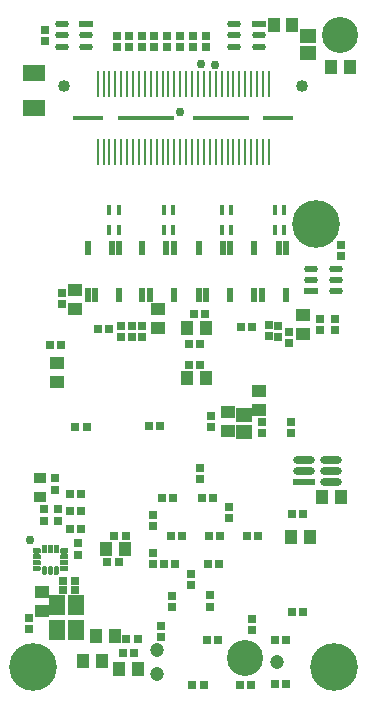
<source format=gbs>
G04*
G04 #@! TF.GenerationSoftware,Altium Limited,Altium Designer,21.0.9 (235)*
G04*
G04 Layer_Color=16711935*
%FSLAX25Y25*%
%MOIN*%
G70*
G04*
G04 #@! TF.SameCoordinates,4C2DBE1E-8494-471D-9509-704978DB3033*
G04*
G04*
G04 #@! TF.FilePolarity,Negative*
G04*
G01*
G75*
%ADD56R,0.07301X0.02410*%
G04:AMPARAMS|DCode=57|XSize=73.01mil|YSize=24.1mil|CornerRadius=12.05mil|HoleSize=0mil|Usage=FLASHONLY|Rotation=0.000|XOffset=0mil|YOffset=0mil|HoleType=Round|Shape=RoundedRectangle|*
%AMROUNDEDRECTD57*
21,1,0.07301,0.00000,0,0,0.0*
21,1,0.04891,0.02410,0,0,0.0*
1,1,0.02410,0.02445,0.00000*
1,1,0.02410,-0.02445,0.00000*
1,1,0.02410,-0.02445,0.00000*
1,1,0.02410,0.02445,0.00000*
%
%ADD57ROUNDEDRECTD57*%
%ADD65R,0.02756X0.02913*%
%ADD66R,0.02913X0.02756*%
%ADD68R,0.02800X0.02500*%
%ADD71R,0.02769X0.02965*%
%ADD72R,0.04540X0.04147*%
%ADD75R,0.02500X0.02800*%
%ADD77R,0.02965X0.02769*%
%ADD78R,0.04147X0.04540*%
%ADD83R,0.04343X0.03753*%
%ADD87C,0.12000*%
%ADD97C,0.04737*%
%ADD98C,0.04016*%
%ADD99C,0.15948*%
%ADD100C,0.03000*%
%ADD125R,0.01098X0.08937*%
%ADD126R,0.05339X0.04545*%
%ADD131R,0.04745X0.02086*%
G04:AMPARAMS|DCode=132|XSize=47.45mil|YSize=20.86mil|CornerRadius=10.43mil|HoleSize=0mil|Usage=FLASHONLY|Rotation=180.000|XOffset=0mil|YOffset=0mil|HoleType=Round|Shape=RoundedRectangle|*
%AMROUNDEDRECTD132*
21,1,0.04745,0.00000,0,0,180.0*
21,1,0.02659,0.02086,0,0,180.0*
1,1,0.02086,-0.01330,0.00000*
1,1,0.02086,0.01330,0.00000*
1,1,0.02086,0.01330,0.00000*
1,1,0.02086,-0.01330,0.00000*
%
%ADD132ROUNDEDRECTD132*%
%ADD133R,0.18504X0.01693*%
%ADD134R,0.10000X0.01693*%
%ADD136R,0.01575X0.03543*%
%ADD138R,0.07690X0.05524*%
%ADD139R,0.02008X0.05118*%
%ADD140R,0.02362X0.05118*%
%ADD141R,0.05524X0.06706*%
G36*
X18136Y50636D02*
X18162Y50634D01*
X18187Y50630D01*
X18213Y50625D01*
X18238Y50620D01*
X18262Y50612D01*
X18287Y50603D01*
X18310Y50594D01*
X18334Y50583D01*
X18356Y50570D01*
X18378Y50557D01*
X18399Y50542D01*
X18420Y50526D01*
X18440Y50510D01*
X18458Y50492D01*
X18476Y50473D01*
X18493Y50454D01*
X18508Y50433D01*
X18523Y50412D01*
X18536Y50390D01*
X18549Y50367D01*
X18560Y50344D01*
X18570Y50321D01*
X18578Y50296D01*
X18586Y50271D01*
X18592Y50246D01*
X18596Y50221D01*
X18600Y50195D01*
X18602Y50170D01*
X18602Y50144D01*
Y48412D01*
X18602Y48386D01*
X18600Y48360D01*
X18596Y48335D01*
X18592Y48309D01*
X18586Y48284D01*
X18578Y48260D01*
X18570Y48235D01*
X18560Y48212D01*
X18549Y48188D01*
X18536Y48166D01*
X18523Y48144D01*
X18508Y48123D01*
X18493Y48102D01*
X18476Y48083D01*
X18458Y48064D01*
X18440Y48046D01*
X18420Y48029D01*
X18399Y48014D01*
X18378Y47999D01*
X18356Y47986D01*
X18334Y47973D01*
X18310Y47962D01*
X18287Y47952D01*
X18262Y47944D01*
X18238Y47936D01*
X18213Y47930D01*
X18187Y47926D01*
X18162Y47922D01*
X18136Y47920D01*
X18110Y47920D01*
X17323D01*
X17297Y47920D01*
X17271Y47922D01*
X17246Y47926D01*
X17221Y47930D01*
X17196Y47936D01*
X17171Y47944D01*
X17146Y47952D01*
X17123Y47962D01*
X17099Y47973D01*
X17077Y47986D01*
X17055Y47999D01*
X17034Y48014D01*
X17013Y48029D01*
X16994Y48046D01*
X16975Y48064D01*
X16957Y48083D01*
X16940Y48102D01*
X16925Y48123D01*
X16910Y48144D01*
X16897Y48166D01*
X16884Y48188D01*
X16873Y48212D01*
X16863Y48235D01*
X16855Y48260D01*
X16848Y48284D01*
X16841Y48309D01*
X16837Y48335D01*
X16833Y48360D01*
X16831Y48386D01*
X16831Y48412D01*
Y50144D01*
X16831Y50170D01*
X16833Y50195D01*
X16837Y50221D01*
X16841Y50246D01*
X16848Y50271D01*
X16855Y50296D01*
X16863Y50321D01*
X16873Y50344D01*
X16884Y50367D01*
X16897Y50390D01*
X16910Y50412D01*
X16925Y50433D01*
X16940Y50454D01*
X16957Y50473D01*
X16975Y50492D01*
X16994Y50510D01*
X17013Y50526D01*
X17034Y50542D01*
X17055Y50557D01*
X17077Y50570D01*
X17099Y50583D01*
X17123Y50594D01*
X17146Y50603D01*
X17171Y50612D01*
X17196Y50620D01*
X17221Y50625D01*
X17246Y50630D01*
X17271Y50634D01*
X17297Y50636D01*
X17323Y50636D01*
X18110D01*
X18136Y50636D01*
D02*
G37*
G36*
X16168D02*
X16193Y50634D01*
X16219Y50630D01*
X16244Y50625D01*
X16269Y50620D01*
X16294Y50612D01*
X16318Y50603D01*
X16342Y50594D01*
X16365Y50583D01*
X16388Y50570D01*
X16410Y50557D01*
X16431Y50542D01*
X16451Y50526D01*
X16471Y50510D01*
X16490Y50492D01*
X16508Y50473D01*
X16524Y50454D01*
X16540Y50433D01*
X16555Y50412D01*
X16568Y50390D01*
X16580Y50367D01*
X16591Y50344D01*
X16601Y50321D01*
X16610Y50296D01*
X16617Y50271D01*
X16623Y50246D01*
X16628Y50221D01*
X16631Y50195D01*
X16633Y50170D01*
X16634Y50144D01*
Y48412D01*
X16633Y48386D01*
X16631Y48360D01*
X16628Y48335D01*
X16623Y48309D01*
X16617Y48284D01*
X16610Y48260D01*
X16601Y48235D01*
X16591Y48212D01*
X16580Y48188D01*
X16568Y48166D01*
X16555Y48144D01*
X16540Y48123D01*
X16524Y48102D01*
X16508Y48083D01*
X16490Y48064D01*
X16471Y48046D01*
X16451Y48029D01*
X16431Y48014D01*
X16410Y47999D01*
X16388Y47986D01*
X16365Y47973D01*
X16342Y47962D01*
X16318Y47952D01*
X16294Y47944D01*
X16269Y47936D01*
X16244Y47930D01*
X16219Y47926D01*
X16193Y47922D01*
X16168Y47920D01*
X16142Y47920D01*
X15354D01*
X15329Y47920D01*
X15303Y47922D01*
X15277Y47926D01*
X15252Y47930D01*
X15227Y47936D01*
X15202Y47944D01*
X15178Y47952D01*
X15154Y47962D01*
X15131Y47973D01*
X15108Y47986D01*
X15086Y47999D01*
X15065Y48014D01*
X15045Y48029D01*
X15025Y48046D01*
X15006Y48064D01*
X14989Y48083D01*
X14972Y48102D01*
X14956Y48123D01*
X14942Y48144D01*
X14928Y48166D01*
X14916Y48188D01*
X14905Y48212D01*
X14895Y48235D01*
X14886Y48260D01*
X14879Y48284D01*
X14873Y48309D01*
X14868Y48335D01*
X14865Y48360D01*
X14863Y48386D01*
X14862Y48412D01*
Y50144D01*
X14863Y50170D01*
X14865Y50195D01*
X14868Y50221D01*
X14873Y50246D01*
X14879Y50271D01*
X14886Y50296D01*
X14895Y50321D01*
X14905Y50344D01*
X14916Y50367D01*
X14928Y50390D01*
X14942Y50412D01*
X14956Y50433D01*
X14972Y50454D01*
X14989Y50473D01*
X15006Y50492D01*
X15025Y50510D01*
X15045Y50526D01*
X15065Y50542D01*
X15086Y50557D01*
X15108Y50570D01*
X15131Y50583D01*
X15154Y50594D01*
X15178Y50603D01*
X15202Y50612D01*
X15227Y50620D01*
X15252Y50625D01*
X15277Y50630D01*
X15303Y50634D01*
X15329Y50636D01*
X15354Y50636D01*
X16142D01*
X16168Y50636D01*
D02*
G37*
G36*
X14199D02*
X14225Y50634D01*
X14250Y50630D01*
X14276Y50625D01*
X14301Y50620D01*
X14325Y50612D01*
X14350Y50603D01*
X14373Y50594D01*
X14397Y50583D01*
X14419Y50570D01*
X14441Y50557D01*
X14462Y50542D01*
X14483Y50526D01*
X14502Y50510D01*
X14521Y50492D01*
X14539Y50473D01*
X14556Y50454D01*
X14571Y50433D01*
X14586Y50412D01*
X14599Y50390D01*
X14612Y50367D01*
X14623Y50344D01*
X14633Y50321D01*
X14641Y50296D01*
X14649Y50271D01*
X14655Y50246D01*
X14659Y50221D01*
X14663Y50195D01*
X14665Y50170D01*
X14665Y50144D01*
Y48412D01*
X14665Y48386D01*
X14663Y48360D01*
X14659Y48335D01*
X14655Y48309D01*
X14649Y48284D01*
X14641Y48260D01*
X14633Y48235D01*
X14623Y48212D01*
X14612Y48188D01*
X14599Y48166D01*
X14586Y48144D01*
X14571Y48123D01*
X14556Y48102D01*
X14539Y48083D01*
X14521Y48064D01*
X14502Y48046D01*
X14483Y48029D01*
X14462Y48014D01*
X14441Y47999D01*
X14419Y47986D01*
X14397Y47973D01*
X14373Y47962D01*
X14350Y47952D01*
X14325Y47944D01*
X14301Y47936D01*
X14276Y47930D01*
X14250Y47926D01*
X14225Y47922D01*
X14199Y47920D01*
X14173Y47920D01*
X13386D01*
X13360Y47920D01*
X13334Y47922D01*
X13309Y47926D01*
X13284Y47930D01*
X13258Y47936D01*
X13234Y47944D01*
X13209Y47952D01*
X13186Y47962D01*
X13162Y47973D01*
X13140Y47986D01*
X13118Y47999D01*
X13097Y48014D01*
X13076Y48029D01*
X13057Y48046D01*
X13038Y48064D01*
X13020Y48083D01*
X13003Y48102D01*
X12988Y48123D01*
X12973Y48144D01*
X12960Y48166D01*
X12947Y48188D01*
X12936Y48212D01*
X12926Y48235D01*
X12918Y48260D01*
X12911Y48284D01*
X12904Y48309D01*
X12900Y48335D01*
X12896Y48360D01*
X12894Y48386D01*
X12894Y48412D01*
Y50144D01*
X12894Y50170D01*
X12896Y50195D01*
X12900Y50221D01*
X12904Y50246D01*
X12911Y50271D01*
X12918Y50296D01*
X12926Y50321D01*
X12936Y50344D01*
X12947Y50367D01*
X12960Y50390D01*
X12973Y50412D01*
X12988Y50433D01*
X13003Y50454D01*
X13020Y50473D01*
X13038Y50492D01*
X13057Y50510D01*
X13076Y50526D01*
X13097Y50542D01*
X13118Y50557D01*
X13140Y50570D01*
X13162Y50583D01*
X13186Y50594D01*
X13209Y50603D01*
X13234Y50612D01*
X13258Y50620D01*
X13284Y50625D01*
X13309Y50630D01*
X13334Y50634D01*
X13360Y50636D01*
X13386Y50636D01*
X14173D01*
X14199Y50636D01*
D02*
G37*
G36*
X21226Y49514D02*
X21252Y49512D01*
X21278Y49508D01*
X21303Y49503D01*
X21328Y49497D01*
X21353Y49490D01*
X21377Y49481D01*
X21401Y49472D01*
X21424Y49461D01*
X21447Y49448D01*
X21469Y49435D01*
X21490Y49420D01*
X21510Y49404D01*
X21530Y49388D01*
X21549Y49370D01*
X21566Y49351D01*
X21583Y49332D01*
X21599Y49311D01*
X21613Y49290D01*
X21627Y49268D01*
X21639Y49246D01*
X21650Y49222D01*
X21660Y49198D01*
X21669Y49174D01*
X21676Y49149D01*
X21682Y49124D01*
X21687Y49099D01*
X21690Y49073D01*
X21692Y49048D01*
X21693Y49022D01*
Y48235D01*
X21692Y48209D01*
X21690Y48183D01*
X21687Y48158D01*
X21682Y48132D01*
X21676Y48107D01*
X21669Y48083D01*
X21660Y48058D01*
X21650Y48035D01*
X21639Y48011D01*
X21627Y47989D01*
X21613Y47967D01*
X21599Y47945D01*
X21583Y47925D01*
X21566Y47905D01*
X21549Y47887D01*
X21530Y47869D01*
X21510Y47852D01*
X21490Y47837D01*
X21469Y47822D01*
X21447Y47808D01*
X21424Y47796D01*
X21401Y47785D01*
X21377Y47775D01*
X21353Y47767D01*
X21328Y47759D01*
X21303Y47753D01*
X21278Y47749D01*
X21252Y47745D01*
X21226Y47743D01*
X21201Y47743D01*
X19468D01*
X19443Y47743D01*
X19417Y47745D01*
X19391Y47749D01*
X19366Y47753D01*
X19341Y47759D01*
X19316Y47767D01*
X19292Y47775D01*
X19268Y47785D01*
X19245Y47796D01*
X19222Y47808D01*
X19200Y47822D01*
X19179Y47837D01*
X19159Y47852D01*
X19139Y47869D01*
X19120Y47887D01*
X19103Y47905D01*
X19086Y47925D01*
X19070Y47945D01*
X19056Y47967D01*
X19042Y47989D01*
X19030Y48011D01*
X19019Y48035D01*
X19009Y48058D01*
X19001Y48083D01*
X18993Y48107D01*
X18987Y48132D01*
X18982Y48158D01*
X18979Y48183D01*
X18977Y48209D01*
X18976Y48235D01*
Y49022D01*
X18977Y49048D01*
X18979Y49073D01*
X18982Y49099D01*
X18987Y49124D01*
X18993Y49149D01*
X19001Y49174D01*
X19009Y49198D01*
X19019Y49222D01*
X19030Y49246D01*
X19042Y49268D01*
X19056Y49290D01*
X19070Y49311D01*
X19086Y49332D01*
X19103Y49351D01*
X19120Y49370D01*
X19139Y49388D01*
X19159Y49404D01*
X19179Y49420D01*
X19200Y49435D01*
X19222Y49448D01*
X19245Y49461D01*
X19268Y49472D01*
X19292Y49481D01*
X19316Y49490D01*
X19341Y49497D01*
X19366Y49503D01*
X19391Y49508D01*
X19417Y49512D01*
X19443Y49514D01*
X19468Y49514D01*
X21201D01*
X21226Y49514D01*
D02*
G37*
G36*
X12053D02*
X12079Y49512D01*
X12105Y49508D01*
X12130Y49503D01*
X12155Y49497D01*
X12180Y49490D01*
X12204Y49481D01*
X12228Y49472D01*
X12251Y49461D01*
X12274Y49448D01*
X12296Y49435D01*
X12317Y49420D01*
X12337Y49404D01*
X12357Y49388D01*
X12376Y49370D01*
X12393Y49351D01*
X12410Y49332D01*
X12426Y49311D01*
X12440Y49290D01*
X12454Y49268D01*
X12466Y49246D01*
X12477Y49222D01*
X12487Y49198D01*
X12496Y49174D01*
X12503Y49149D01*
X12509Y49124D01*
X12514Y49099D01*
X12517Y49073D01*
X12519Y49048D01*
X12520Y49022D01*
Y48235D01*
X12519Y48209D01*
X12517Y48183D01*
X12514Y48158D01*
X12509Y48132D01*
X12503Y48107D01*
X12496Y48083D01*
X12487Y48058D01*
X12477Y48035D01*
X12466Y48011D01*
X12454Y47989D01*
X12440Y47967D01*
X12426Y47945D01*
X12410Y47925D01*
X12393Y47905D01*
X12376Y47887D01*
X12357Y47869D01*
X12337Y47852D01*
X12317Y47837D01*
X12296Y47822D01*
X12274Y47808D01*
X12251Y47796D01*
X12228Y47785D01*
X12204Y47775D01*
X12180Y47767D01*
X12155Y47759D01*
X12130Y47753D01*
X12105Y47749D01*
X12079Y47745D01*
X12053Y47743D01*
X12028Y47743D01*
X10295D01*
X10270Y47743D01*
X10244Y47745D01*
X10218Y47749D01*
X10193Y47753D01*
X10168Y47759D01*
X10143Y47767D01*
X10119Y47775D01*
X10095Y47785D01*
X10072Y47796D01*
X10049Y47808D01*
X10027Y47822D01*
X10006Y47837D01*
X9986Y47852D01*
X9966Y47869D01*
X9947Y47887D01*
X9930Y47905D01*
X9913Y47925D01*
X9897Y47945D01*
X9883Y47967D01*
X9869Y47989D01*
X9857Y48011D01*
X9846Y48035D01*
X9836Y48058D01*
X9827Y48083D01*
X9820Y48107D01*
X9814Y48132D01*
X9809Y48158D01*
X9806Y48183D01*
X9804Y48209D01*
X9803Y48235D01*
Y49022D01*
X9804Y49048D01*
X9806Y49073D01*
X9809Y49099D01*
X9814Y49124D01*
X9820Y49149D01*
X9827Y49174D01*
X9836Y49198D01*
X9846Y49222D01*
X9857Y49246D01*
X9869Y49268D01*
X9883Y49290D01*
X9897Y49311D01*
X9913Y49332D01*
X9930Y49351D01*
X9947Y49370D01*
X9966Y49388D01*
X9986Y49404D01*
X10006Y49420D01*
X10027Y49435D01*
X10049Y49448D01*
X10072Y49461D01*
X10095Y49472D01*
X10119Y49481D01*
X10143Y49490D01*
X10168Y49497D01*
X10193Y49503D01*
X10218Y49508D01*
X10244Y49512D01*
X10270Y49514D01*
X10295Y49514D01*
X12028D01*
X12053Y49514D01*
D02*
G37*
G36*
X21226Y47545D02*
X21252Y47543D01*
X21278Y47540D01*
X21303Y47535D01*
X21328Y47529D01*
X21353Y47522D01*
X21377Y47513D01*
X21401Y47503D01*
X21424Y47492D01*
X21447Y47480D01*
X21469Y47466D01*
X21490Y47452D01*
X21510Y47436D01*
X21530Y47419D01*
X21549Y47401D01*
X21566Y47383D01*
X21583Y47363D01*
X21599Y47343D01*
X21613Y47322D01*
X21627Y47300D01*
X21639Y47277D01*
X21650Y47254D01*
X21660Y47230D01*
X21669Y47206D01*
X21676Y47181D01*
X21682Y47156D01*
X21687Y47131D01*
X21690Y47105D01*
X21692Y47079D01*
X21693Y47054D01*
Y46266D01*
X21692Y46240D01*
X21690Y46215D01*
X21687Y46189D01*
X21682Y46164D01*
X21676Y46139D01*
X21669Y46114D01*
X21660Y46090D01*
X21650Y46066D01*
X21639Y46043D01*
X21627Y46020D01*
X21613Y45998D01*
X21599Y45977D01*
X21583Y45956D01*
X21566Y45937D01*
X21549Y45918D01*
X21530Y45900D01*
X21510Y45884D01*
X21490Y45868D01*
X21469Y45853D01*
X21447Y45840D01*
X21424Y45828D01*
X21401Y45817D01*
X21377Y45807D01*
X21353Y45798D01*
X21328Y45791D01*
X21303Y45785D01*
X21278Y45780D01*
X21252Y45777D01*
X21226Y45775D01*
X21201Y45774D01*
X19468D01*
X19443Y45775D01*
X19417Y45777D01*
X19391Y45780D01*
X19366Y45785D01*
X19341Y45791D01*
X19316Y45798D01*
X19292Y45807D01*
X19268Y45817D01*
X19245Y45828D01*
X19222Y45840D01*
X19200Y45853D01*
X19179Y45868D01*
X19159Y45884D01*
X19139Y45900D01*
X19120Y45918D01*
X19103Y45937D01*
X19086Y45956D01*
X19070Y45977D01*
X19056Y45998D01*
X19042Y46020D01*
X19030Y46043D01*
X19019Y46066D01*
X19009Y46090D01*
X19001Y46114D01*
X18993Y46139D01*
X18987Y46164D01*
X18982Y46189D01*
X18979Y46215D01*
X18977Y46240D01*
X18976Y46266D01*
Y47054D01*
X18977Y47079D01*
X18979Y47105D01*
X18982Y47131D01*
X18987Y47156D01*
X18993Y47181D01*
X19001Y47206D01*
X19009Y47230D01*
X19019Y47254D01*
X19030Y47277D01*
X19042Y47300D01*
X19056Y47322D01*
X19070Y47343D01*
X19086Y47363D01*
X19103Y47383D01*
X19120Y47401D01*
X19139Y47419D01*
X19159Y47436D01*
X19179Y47452D01*
X19200Y47466D01*
X19222Y47480D01*
X19245Y47492D01*
X19268Y47503D01*
X19292Y47513D01*
X19316Y47522D01*
X19341Y47529D01*
X19366Y47535D01*
X19391Y47540D01*
X19417Y47543D01*
X19443Y47545D01*
X19468Y47546D01*
X21201D01*
X21226Y47545D01*
D02*
G37*
G36*
X12053D02*
X12079Y47543D01*
X12105Y47540D01*
X12130Y47535D01*
X12155Y47529D01*
X12180Y47522D01*
X12204Y47513D01*
X12228Y47503D01*
X12251Y47492D01*
X12274Y47480D01*
X12296Y47466D01*
X12317Y47452D01*
X12337Y47436D01*
X12357Y47419D01*
X12376Y47401D01*
X12393Y47383D01*
X12410Y47363D01*
X12426Y47343D01*
X12440Y47322D01*
X12454Y47300D01*
X12466Y47277D01*
X12477Y47254D01*
X12487Y47230D01*
X12496Y47206D01*
X12503Y47181D01*
X12509Y47156D01*
X12514Y47131D01*
X12517Y47105D01*
X12519Y47079D01*
X12520Y47054D01*
Y46266D01*
X12519Y46240D01*
X12517Y46215D01*
X12514Y46189D01*
X12509Y46164D01*
X12503Y46139D01*
X12496Y46114D01*
X12487Y46090D01*
X12477Y46066D01*
X12466Y46043D01*
X12454Y46020D01*
X12440Y45998D01*
X12426Y45977D01*
X12410Y45956D01*
X12393Y45937D01*
X12376Y45918D01*
X12357Y45900D01*
X12337Y45884D01*
X12317Y45868D01*
X12296Y45853D01*
X12274Y45840D01*
X12251Y45828D01*
X12228Y45817D01*
X12204Y45807D01*
X12180Y45798D01*
X12155Y45791D01*
X12130Y45785D01*
X12105Y45780D01*
X12079Y45777D01*
X12053Y45775D01*
X12028Y45774D01*
X10295D01*
X10270Y45775D01*
X10244Y45777D01*
X10218Y45780D01*
X10193Y45785D01*
X10168Y45791D01*
X10143Y45798D01*
X10119Y45807D01*
X10095Y45817D01*
X10072Y45828D01*
X10049Y45840D01*
X10027Y45853D01*
X10006Y45868D01*
X9986Y45884D01*
X9966Y45900D01*
X9947Y45918D01*
X9930Y45937D01*
X9913Y45956D01*
X9897Y45977D01*
X9883Y45998D01*
X9869Y46020D01*
X9857Y46043D01*
X9846Y46066D01*
X9836Y46090D01*
X9827Y46114D01*
X9820Y46139D01*
X9814Y46164D01*
X9809Y46189D01*
X9806Y46215D01*
X9804Y46240D01*
X9803Y46266D01*
Y47054D01*
X9804Y47079D01*
X9806Y47105D01*
X9809Y47131D01*
X9814Y47156D01*
X9820Y47181D01*
X9827Y47206D01*
X9836Y47230D01*
X9846Y47254D01*
X9857Y47277D01*
X9869Y47300D01*
X9883Y47322D01*
X9897Y47343D01*
X9913Y47363D01*
X9930Y47383D01*
X9947Y47401D01*
X9966Y47419D01*
X9986Y47436D01*
X10006Y47452D01*
X10027Y47466D01*
X10049Y47480D01*
X10072Y47492D01*
X10095Y47503D01*
X10119Y47513D01*
X10143Y47522D01*
X10168Y47529D01*
X10193Y47535D01*
X10218Y47540D01*
X10244Y47543D01*
X10270Y47545D01*
X10295Y47546D01*
X12028D01*
X12053Y47545D01*
D02*
G37*
G36*
X21226Y45577D02*
X21252Y45575D01*
X21278Y45571D01*
X21303Y45566D01*
X21328Y45560D01*
X21353Y45553D01*
X21377Y45544D01*
X21401Y45535D01*
X21424Y45524D01*
X21447Y45511D01*
X21469Y45498D01*
X21490Y45483D01*
X21510Y45467D01*
X21530Y45451D01*
X21549Y45433D01*
X21566Y45414D01*
X21583Y45395D01*
X21599Y45374D01*
X21613Y45353D01*
X21627Y45331D01*
X21639Y45309D01*
X21650Y45285D01*
X21660Y45261D01*
X21669Y45237D01*
X21676Y45212D01*
X21682Y45187D01*
X21687Y45162D01*
X21690Y45136D01*
X21692Y45111D01*
X21693Y45085D01*
Y44298D01*
X21692Y44272D01*
X21690Y44246D01*
X21687Y44221D01*
X21682Y44195D01*
X21676Y44170D01*
X21669Y44146D01*
X21660Y44121D01*
X21650Y44098D01*
X21639Y44074D01*
X21627Y44052D01*
X21613Y44030D01*
X21599Y44008D01*
X21583Y43988D01*
X21566Y43968D01*
X21549Y43950D01*
X21530Y43932D01*
X21510Y43915D01*
X21490Y43900D01*
X21469Y43885D01*
X21447Y43871D01*
X21424Y43859D01*
X21401Y43848D01*
X21377Y43838D01*
X21353Y43830D01*
X21328Y43822D01*
X21303Y43816D01*
X21278Y43812D01*
X21252Y43808D01*
X21226Y43806D01*
X21201Y43806D01*
X19468D01*
X19443Y43806D01*
X19417Y43808D01*
X19391Y43812D01*
X19366Y43816D01*
X19341Y43822D01*
X19316Y43830D01*
X19292Y43838D01*
X19268Y43848D01*
X19245Y43859D01*
X19222Y43871D01*
X19200Y43885D01*
X19179Y43900D01*
X19159Y43915D01*
X19139Y43932D01*
X19120Y43950D01*
X19103Y43968D01*
X19086Y43988D01*
X19070Y44008D01*
X19056Y44030D01*
X19042Y44052D01*
X19030Y44074D01*
X19019Y44098D01*
X19009Y44121D01*
X19001Y44146D01*
X18993Y44170D01*
X18987Y44195D01*
X18982Y44221D01*
X18979Y44246D01*
X18977Y44272D01*
X18976Y44298D01*
Y45085D01*
X18977Y45111D01*
X18979Y45136D01*
X18982Y45162D01*
X18987Y45187D01*
X18993Y45212D01*
X19001Y45237D01*
X19009Y45261D01*
X19019Y45285D01*
X19030Y45309D01*
X19042Y45331D01*
X19056Y45353D01*
X19070Y45374D01*
X19086Y45395D01*
X19103Y45414D01*
X19120Y45433D01*
X19139Y45451D01*
X19159Y45467D01*
X19179Y45483D01*
X19200Y45498D01*
X19222Y45511D01*
X19245Y45524D01*
X19268Y45535D01*
X19292Y45544D01*
X19316Y45553D01*
X19341Y45560D01*
X19366Y45566D01*
X19391Y45571D01*
X19417Y45575D01*
X19443Y45577D01*
X19468Y45577D01*
X21201D01*
X21226Y45577D01*
D02*
G37*
G36*
X12053D02*
X12079Y45575D01*
X12105Y45571D01*
X12130Y45566D01*
X12155Y45560D01*
X12180Y45553D01*
X12204Y45544D01*
X12228Y45535D01*
X12251Y45524D01*
X12274Y45511D01*
X12296Y45498D01*
X12317Y45483D01*
X12337Y45467D01*
X12357Y45451D01*
X12376Y45433D01*
X12393Y45414D01*
X12410Y45395D01*
X12426Y45374D01*
X12440Y45353D01*
X12454Y45331D01*
X12466Y45309D01*
X12477Y45285D01*
X12487Y45261D01*
X12496Y45237D01*
X12503Y45212D01*
X12509Y45187D01*
X12514Y45162D01*
X12517Y45136D01*
X12519Y45111D01*
X12520Y45085D01*
Y44298D01*
X12519Y44272D01*
X12517Y44246D01*
X12514Y44221D01*
X12509Y44195D01*
X12503Y44170D01*
X12496Y44146D01*
X12487Y44121D01*
X12477Y44098D01*
X12466Y44074D01*
X12454Y44052D01*
X12440Y44030D01*
X12426Y44008D01*
X12410Y43988D01*
X12393Y43968D01*
X12376Y43950D01*
X12357Y43932D01*
X12337Y43915D01*
X12317Y43900D01*
X12296Y43885D01*
X12274Y43871D01*
X12251Y43859D01*
X12228Y43848D01*
X12204Y43838D01*
X12180Y43830D01*
X12155Y43822D01*
X12130Y43816D01*
X12105Y43812D01*
X12079Y43808D01*
X12053Y43806D01*
X12028Y43806D01*
X10295D01*
X10270Y43806D01*
X10244Y43808D01*
X10218Y43812D01*
X10193Y43816D01*
X10168Y43822D01*
X10143Y43830D01*
X10119Y43838D01*
X10095Y43848D01*
X10072Y43859D01*
X10049Y43871D01*
X10027Y43885D01*
X10006Y43900D01*
X9986Y43915D01*
X9966Y43932D01*
X9947Y43950D01*
X9930Y43968D01*
X9913Y43988D01*
X9897Y44008D01*
X9883Y44030D01*
X9869Y44052D01*
X9857Y44074D01*
X9846Y44098D01*
X9836Y44121D01*
X9827Y44146D01*
X9820Y44170D01*
X9814Y44195D01*
X9809Y44221D01*
X9806Y44246D01*
X9804Y44272D01*
X9803Y44298D01*
Y45085D01*
X9804Y45111D01*
X9806Y45136D01*
X9809Y45162D01*
X9814Y45187D01*
X9820Y45212D01*
X9827Y45237D01*
X9836Y45261D01*
X9846Y45285D01*
X9857Y45309D01*
X9869Y45331D01*
X9883Y45353D01*
X9897Y45374D01*
X9913Y45395D01*
X9930Y45414D01*
X9947Y45433D01*
X9966Y45451D01*
X9986Y45467D01*
X10006Y45483D01*
X10027Y45498D01*
X10049Y45511D01*
X10072Y45524D01*
X10095Y45535D01*
X10119Y45544D01*
X10143Y45553D01*
X10168Y45560D01*
X10193Y45566D01*
X10218Y45571D01*
X10244Y45575D01*
X10270Y45577D01*
X10295Y45577D01*
X12028D01*
X12053Y45577D01*
D02*
G37*
G36*
X21226Y43608D02*
X21252Y43606D01*
X21278Y43603D01*
X21303Y43598D01*
X21328Y43592D01*
X21353Y43585D01*
X21377Y43576D01*
X21401Y43566D01*
X21424Y43555D01*
X21447Y43543D01*
X21469Y43529D01*
X21490Y43515D01*
X21510Y43499D01*
X21530Y43482D01*
X21549Y43464D01*
X21566Y43446D01*
X21583Y43426D01*
X21599Y43406D01*
X21613Y43385D01*
X21627Y43363D01*
X21639Y43340D01*
X21650Y43317D01*
X21660Y43293D01*
X21669Y43269D01*
X21676Y43244D01*
X21682Y43219D01*
X21687Y43194D01*
X21690Y43168D01*
X21692Y43142D01*
X21693Y43117D01*
Y42329D01*
X21692Y42303D01*
X21690Y42278D01*
X21687Y42252D01*
X21682Y42227D01*
X21676Y42202D01*
X21669Y42177D01*
X21660Y42153D01*
X21650Y42129D01*
X21639Y42106D01*
X21627Y42083D01*
X21613Y42061D01*
X21599Y42040D01*
X21583Y42019D01*
X21566Y42000D01*
X21549Y41981D01*
X21530Y41963D01*
X21510Y41947D01*
X21490Y41931D01*
X21469Y41916D01*
X21447Y41903D01*
X21424Y41891D01*
X21401Y41880D01*
X21377Y41870D01*
X21353Y41861D01*
X21328Y41854D01*
X21303Y41848D01*
X21278Y41843D01*
X21252Y41840D01*
X21226Y41838D01*
X21201Y41837D01*
X19468D01*
X19443Y41838D01*
X19417Y41840D01*
X19391Y41843D01*
X19366Y41848D01*
X19341Y41854D01*
X19316Y41861D01*
X19292Y41870D01*
X19268Y41880D01*
X19245Y41891D01*
X19222Y41903D01*
X19200Y41916D01*
X19179Y41931D01*
X19159Y41947D01*
X19139Y41963D01*
X19120Y41981D01*
X19103Y42000D01*
X19086Y42019D01*
X19070Y42040D01*
X19056Y42061D01*
X19042Y42083D01*
X19030Y42106D01*
X19019Y42129D01*
X19009Y42153D01*
X19001Y42177D01*
X18993Y42202D01*
X18987Y42227D01*
X18982Y42252D01*
X18979Y42278D01*
X18977Y42303D01*
X18976Y42329D01*
Y43117D01*
X18977Y43142D01*
X18979Y43168D01*
X18982Y43194D01*
X18987Y43219D01*
X18993Y43244D01*
X19001Y43269D01*
X19009Y43293D01*
X19019Y43317D01*
X19030Y43340D01*
X19042Y43363D01*
X19056Y43385D01*
X19070Y43406D01*
X19086Y43426D01*
X19103Y43446D01*
X19120Y43464D01*
X19139Y43482D01*
X19159Y43499D01*
X19179Y43515D01*
X19200Y43529D01*
X19222Y43543D01*
X19245Y43555D01*
X19268Y43566D01*
X19292Y43576D01*
X19316Y43585D01*
X19341Y43592D01*
X19366Y43598D01*
X19391Y43603D01*
X19417Y43606D01*
X19443Y43608D01*
X19468Y43609D01*
X21201D01*
X21226Y43608D01*
D02*
G37*
G36*
X12053D02*
X12079Y43606D01*
X12105Y43603D01*
X12130Y43598D01*
X12155Y43592D01*
X12180Y43585D01*
X12204Y43576D01*
X12228Y43566D01*
X12251Y43555D01*
X12274Y43543D01*
X12296Y43529D01*
X12317Y43515D01*
X12337Y43499D01*
X12357Y43482D01*
X12376Y43464D01*
X12393Y43446D01*
X12410Y43426D01*
X12426Y43406D01*
X12440Y43385D01*
X12454Y43363D01*
X12466Y43340D01*
X12477Y43317D01*
X12487Y43293D01*
X12496Y43269D01*
X12503Y43244D01*
X12509Y43219D01*
X12514Y43194D01*
X12517Y43168D01*
X12519Y43142D01*
X12520Y43117D01*
Y42329D01*
X12519Y42303D01*
X12517Y42278D01*
X12514Y42252D01*
X12509Y42227D01*
X12503Y42202D01*
X12496Y42177D01*
X12487Y42153D01*
X12477Y42129D01*
X12466Y42106D01*
X12454Y42083D01*
X12440Y42061D01*
X12426Y42040D01*
X12410Y42019D01*
X12393Y42000D01*
X12376Y41981D01*
X12357Y41963D01*
X12337Y41947D01*
X12317Y41931D01*
X12296Y41916D01*
X12274Y41903D01*
X12251Y41891D01*
X12228Y41880D01*
X12204Y41870D01*
X12180Y41861D01*
X12155Y41854D01*
X12130Y41848D01*
X12105Y41843D01*
X12079Y41840D01*
X12053Y41838D01*
X12028Y41837D01*
X10295D01*
X10270Y41838D01*
X10244Y41840D01*
X10218Y41843D01*
X10193Y41848D01*
X10168Y41854D01*
X10143Y41861D01*
X10119Y41870D01*
X10095Y41880D01*
X10072Y41891D01*
X10049Y41903D01*
X10027Y41916D01*
X10006Y41931D01*
X9986Y41947D01*
X9966Y41963D01*
X9947Y41981D01*
X9930Y42000D01*
X9913Y42019D01*
X9897Y42040D01*
X9883Y42061D01*
X9869Y42083D01*
X9857Y42106D01*
X9846Y42129D01*
X9836Y42153D01*
X9827Y42177D01*
X9820Y42202D01*
X9814Y42227D01*
X9809Y42252D01*
X9806Y42278D01*
X9804Y42303D01*
X9803Y42329D01*
Y43117D01*
X9804Y43142D01*
X9806Y43168D01*
X9809Y43194D01*
X9814Y43219D01*
X9820Y43244D01*
X9827Y43269D01*
X9836Y43293D01*
X9846Y43317D01*
X9857Y43340D01*
X9869Y43363D01*
X9883Y43385D01*
X9897Y43406D01*
X9913Y43426D01*
X9930Y43446D01*
X9947Y43464D01*
X9966Y43482D01*
X9986Y43499D01*
X10006Y43515D01*
X10027Y43529D01*
X10049Y43543D01*
X10072Y43555D01*
X10095Y43566D01*
X10119Y43576D01*
X10143Y43585D01*
X10168Y43592D01*
X10193Y43598D01*
X10218Y43603D01*
X10244Y43606D01*
X10270Y43608D01*
X10295Y43609D01*
X12028D01*
X12053Y43608D01*
D02*
G37*
G36*
X18136Y43431D02*
X18162Y43429D01*
X18187Y43425D01*
X18213Y43421D01*
X18238Y43415D01*
X18262Y43407D01*
X18287Y43399D01*
X18310Y43389D01*
X18334Y43378D01*
X18356Y43366D01*
X18378Y43352D01*
X18399Y43338D01*
X18420Y43322D01*
X18440Y43305D01*
X18458Y43287D01*
X18476Y43269D01*
X18493Y43249D01*
X18508Y43229D01*
X18523Y43207D01*
X18536Y43185D01*
X18549Y43163D01*
X18560Y43139D01*
X18570Y43116D01*
X18578Y43091D01*
X18586Y43067D01*
X18592Y43042D01*
X18596Y43016D01*
X18600Y42991D01*
X18602Y42965D01*
X18602Y42939D01*
Y41207D01*
X18602Y41181D01*
X18600Y41156D01*
X18596Y41130D01*
X18592Y41105D01*
X18586Y41080D01*
X18578Y41055D01*
X18570Y41031D01*
X18560Y41007D01*
X18549Y40984D01*
X18536Y40961D01*
X18523Y40939D01*
X18508Y40918D01*
X18493Y40897D01*
X18476Y40878D01*
X18458Y40859D01*
X18440Y40841D01*
X18420Y40825D01*
X18399Y40809D01*
X18378Y40794D01*
X18356Y40781D01*
X18334Y40769D01*
X18310Y40758D01*
X18287Y40748D01*
X18262Y40739D01*
X18238Y40732D01*
X18213Y40726D01*
X18187Y40721D01*
X18162Y40718D01*
X18136Y40716D01*
X18110Y40715D01*
X17323D01*
X17297Y40716D01*
X17271Y40718D01*
X17246Y40721D01*
X17221Y40726D01*
X17196Y40732D01*
X17171Y40739D01*
X17146Y40748D01*
X17123Y40758D01*
X17099Y40769D01*
X17077Y40781D01*
X17055Y40794D01*
X17034Y40809D01*
X17013Y40825D01*
X16994Y40841D01*
X16975Y40859D01*
X16957Y40878D01*
X16940Y40897D01*
X16925Y40918D01*
X16910Y40939D01*
X16897Y40961D01*
X16884Y40984D01*
X16873Y41007D01*
X16863Y41031D01*
X16855Y41055D01*
X16848Y41080D01*
X16841Y41105D01*
X16837Y41130D01*
X16833Y41156D01*
X16831Y41181D01*
X16831Y41207D01*
Y42939D01*
X16831Y42965D01*
X16833Y42991D01*
X16837Y43016D01*
X16841Y43042D01*
X16848Y43067D01*
X16855Y43091D01*
X16863Y43116D01*
X16873Y43139D01*
X16884Y43163D01*
X16897Y43185D01*
X16910Y43207D01*
X16925Y43229D01*
X16940Y43249D01*
X16957Y43269D01*
X16975Y43287D01*
X16994Y43305D01*
X17013Y43322D01*
X17034Y43338D01*
X17055Y43352D01*
X17077Y43366D01*
X17099Y43378D01*
X17123Y43389D01*
X17146Y43399D01*
X17171Y43407D01*
X17196Y43415D01*
X17221Y43421D01*
X17246Y43425D01*
X17271Y43429D01*
X17297Y43431D01*
X17323Y43431D01*
X18110D01*
X18136Y43431D01*
D02*
G37*
G36*
X16168D02*
X16193Y43429D01*
X16219Y43425D01*
X16244Y43421D01*
X16269Y43415D01*
X16294Y43407D01*
X16318Y43399D01*
X16342Y43389D01*
X16365Y43378D01*
X16388Y43366D01*
X16410Y43352D01*
X16431Y43338D01*
X16451Y43322D01*
X16471Y43305D01*
X16490Y43287D01*
X16508Y43269D01*
X16524Y43249D01*
X16540Y43229D01*
X16555Y43207D01*
X16568Y43185D01*
X16580Y43163D01*
X16591Y43139D01*
X16601Y43116D01*
X16610Y43091D01*
X16617Y43067D01*
X16623Y43042D01*
X16628Y43016D01*
X16631Y42991D01*
X16633Y42965D01*
X16634Y42939D01*
Y41207D01*
X16633Y41181D01*
X16631Y41156D01*
X16628Y41130D01*
X16623Y41105D01*
X16617Y41080D01*
X16610Y41055D01*
X16601Y41031D01*
X16591Y41007D01*
X16580Y40984D01*
X16568Y40961D01*
X16555Y40939D01*
X16540Y40918D01*
X16524Y40897D01*
X16508Y40878D01*
X16490Y40859D01*
X16471Y40841D01*
X16451Y40825D01*
X16431Y40809D01*
X16410Y40794D01*
X16388Y40781D01*
X16365Y40769D01*
X16342Y40758D01*
X16318Y40748D01*
X16294Y40739D01*
X16269Y40732D01*
X16244Y40726D01*
X16219Y40721D01*
X16193Y40718D01*
X16168Y40716D01*
X16142Y40715D01*
X15354D01*
X15329Y40716D01*
X15303Y40718D01*
X15277Y40721D01*
X15252Y40726D01*
X15227Y40732D01*
X15202Y40739D01*
X15178Y40748D01*
X15154Y40758D01*
X15131Y40769D01*
X15108Y40781D01*
X15086Y40794D01*
X15065Y40809D01*
X15045Y40825D01*
X15025Y40841D01*
X15006Y40859D01*
X14989Y40878D01*
X14972Y40897D01*
X14956Y40918D01*
X14942Y40939D01*
X14928Y40961D01*
X14916Y40984D01*
X14905Y41007D01*
X14895Y41031D01*
X14886Y41055D01*
X14879Y41080D01*
X14873Y41105D01*
X14868Y41130D01*
X14865Y41156D01*
X14863Y41181D01*
X14862Y41207D01*
Y42939D01*
X14863Y42965D01*
X14865Y42991D01*
X14868Y43016D01*
X14873Y43042D01*
X14879Y43067D01*
X14886Y43091D01*
X14895Y43116D01*
X14905Y43139D01*
X14916Y43163D01*
X14928Y43185D01*
X14942Y43207D01*
X14956Y43229D01*
X14972Y43249D01*
X14989Y43269D01*
X15006Y43287D01*
X15025Y43305D01*
X15045Y43322D01*
X15065Y43338D01*
X15086Y43352D01*
X15108Y43366D01*
X15131Y43378D01*
X15154Y43389D01*
X15178Y43399D01*
X15202Y43407D01*
X15227Y43415D01*
X15252Y43421D01*
X15277Y43425D01*
X15303Y43429D01*
X15329Y43431D01*
X15354Y43431D01*
X16142D01*
X16168Y43431D01*
D02*
G37*
G36*
X14199D02*
X14225Y43429D01*
X14250Y43425D01*
X14276Y43421D01*
X14301Y43415D01*
X14325Y43407D01*
X14350Y43399D01*
X14373Y43389D01*
X14397Y43378D01*
X14419Y43366D01*
X14441Y43352D01*
X14462Y43338D01*
X14483Y43322D01*
X14502Y43305D01*
X14521Y43287D01*
X14539Y43269D01*
X14556Y43249D01*
X14571Y43229D01*
X14586Y43207D01*
X14599Y43185D01*
X14612Y43163D01*
X14623Y43139D01*
X14633Y43116D01*
X14641Y43091D01*
X14649Y43067D01*
X14655Y43042D01*
X14659Y43016D01*
X14663Y42991D01*
X14665Y42965D01*
X14665Y42939D01*
Y41207D01*
X14665Y41181D01*
X14663Y41156D01*
X14659Y41130D01*
X14655Y41105D01*
X14649Y41080D01*
X14641Y41055D01*
X14633Y41031D01*
X14623Y41007D01*
X14612Y40984D01*
X14599Y40961D01*
X14586Y40939D01*
X14571Y40918D01*
X14556Y40897D01*
X14539Y40878D01*
X14521Y40859D01*
X14502Y40841D01*
X14483Y40825D01*
X14462Y40809D01*
X14441Y40794D01*
X14419Y40781D01*
X14397Y40769D01*
X14373Y40758D01*
X14350Y40748D01*
X14325Y40739D01*
X14301Y40732D01*
X14276Y40726D01*
X14250Y40721D01*
X14225Y40718D01*
X14199Y40716D01*
X14173Y40715D01*
X13386D01*
X13360Y40716D01*
X13334Y40718D01*
X13309Y40721D01*
X13284Y40726D01*
X13258Y40732D01*
X13234Y40739D01*
X13209Y40748D01*
X13186Y40758D01*
X13162Y40769D01*
X13140Y40781D01*
X13118Y40794D01*
X13097Y40809D01*
X13076Y40825D01*
X13057Y40841D01*
X13038Y40859D01*
X13020Y40878D01*
X13003Y40897D01*
X12988Y40918D01*
X12973Y40939D01*
X12960Y40961D01*
X12947Y40984D01*
X12936Y41007D01*
X12926Y41031D01*
X12918Y41055D01*
X12911Y41080D01*
X12904Y41105D01*
X12900Y41130D01*
X12896Y41156D01*
X12894Y41181D01*
X12894Y41207D01*
Y42939D01*
X12894Y42965D01*
X12896Y42991D01*
X12900Y43016D01*
X12904Y43042D01*
X12911Y43067D01*
X12918Y43091D01*
X12926Y43116D01*
X12936Y43139D01*
X12947Y43163D01*
X12960Y43185D01*
X12973Y43207D01*
X12988Y43229D01*
X13003Y43249D01*
X13020Y43269D01*
X13038Y43287D01*
X13057Y43305D01*
X13076Y43322D01*
X13097Y43338D01*
X13118Y43352D01*
X13140Y43366D01*
X13162Y43378D01*
X13186Y43389D01*
X13209Y43399D01*
X13234Y43407D01*
X13258Y43415D01*
X13284Y43421D01*
X13309Y43425D01*
X13334Y43429D01*
X13360Y43431D01*
X13386Y43431D01*
X14173D01*
X14199Y43431D01*
D02*
G37*
D56*
X100196Y71457D02*
D03*
D57*
Y75197D02*
D03*
Y78937D02*
D03*
X109253D02*
D03*
Y75197D02*
D03*
Y71457D02*
D03*
D65*
X25905Y55905D02*
D03*
X22126D02*
D03*
X23890Y35700D02*
D03*
X20110D02*
D03*
X23890Y38700D02*
D03*
X20110D02*
D03*
X43590Y14700D02*
D03*
X39810D02*
D03*
X67244Y127559D02*
D03*
X63465D02*
D03*
X61890Y117717D02*
D03*
X65669D02*
D03*
X61890Y110630D02*
D03*
X65669D02*
D03*
X15510Y117100D02*
D03*
X19290D02*
D03*
X22126Y61811D02*
D03*
X25905D02*
D03*
X22126Y67716D02*
D03*
X25905D02*
D03*
X66280Y66241D02*
D03*
X70060D02*
D03*
X24094Y89764D02*
D03*
X27874D02*
D03*
X59764Y53543D02*
D03*
X55984D02*
D03*
X99921Y61024D02*
D03*
X96142D02*
D03*
X48504Y90158D02*
D03*
X52284D02*
D03*
X84961Y53543D02*
D03*
X81181D02*
D03*
X99921Y28346D02*
D03*
X96142D02*
D03*
X57402Y44094D02*
D03*
X53622D02*
D03*
X68583Y53543D02*
D03*
X72362D02*
D03*
X68189Y44094D02*
D03*
X71969D02*
D03*
X37087Y53543D02*
D03*
X40866D02*
D03*
X52835Y66142D02*
D03*
X56614D02*
D03*
D66*
X112598Y146929D02*
D03*
Y150709D02*
D03*
X14095Y222362D02*
D03*
Y218583D02*
D03*
X88583Y123937D02*
D03*
Y120158D02*
D03*
X39370Y123543D02*
D03*
Y119764D02*
D03*
X19700Y134679D02*
D03*
Y130900D02*
D03*
X24803Y47323D02*
D03*
Y51102D02*
D03*
X50000Y56772D02*
D03*
Y60551D02*
D03*
X86221Y91654D02*
D03*
Y87874D02*
D03*
X69291Y93622D02*
D03*
Y89842D02*
D03*
X56299Y29921D02*
D03*
Y33701D02*
D03*
X68898Y30000D02*
D03*
Y33779D02*
D03*
X50000Y47953D02*
D03*
Y44173D02*
D03*
X62598Y40866D02*
D03*
Y37087D02*
D03*
X75197Y63307D02*
D03*
Y59527D02*
D03*
X65748Y76299D02*
D03*
Y72520D02*
D03*
D68*
X42100Y220404D02*
D03*
Y216604D02*
D03*
X13681Y58730D02*
D03*
Y62530D02*
D03*
X18323D02*
D03*
Y58730D02*
D03*
X46457Y220404D02*
D03*
Y216604D02*
D03*
X50394Y220404D02*
D03*
Y216604D02*
D03*
X54724D02*
D03*
Y220404D02*
D03*
X8600Y26300D02*
D03*
Y22500D02*
D03*
X96063Y91664D02*
D03*
Y87864D02*
D03*
X59055Y220404D02*
D03*
Y216604D02*
D03*
X63386Y220404D02*
D03*
Y216604D02*
D03*
X67716Y220404D02*
D03*
Y216604D02*
D03*
X37800Y220404D02*
D03*
Y216604D02*
D03*
X110630Y125916D02*
D03*
Y122116D02*
D03*
X105512Y125916D02*
D03*
Y122116D02*
D03*
X83071Y22116D02*
D03*
Y25916D02*
D03*
D71*
X78839Y3937D02*
D03*
X82579D02*
D03*
X90551Y4331D02*
D03*
X94291D02*
D03*
X90551Y18898D02*
D03*
X94291D02*
D03*
X71555D02*
D03*
X67815D02*
D03*
D72*
X12992Y35039D02*
D03*
Y28740D02*
D03*
X100000Y127165D02*
D03*
Y120866D02*
D03*
X51575Y129134D02*
D03*
Y122835D02*
D03*
X17800Y105050D02*
D03*
Y111350D02*
D03*
X23900Y135450D02*
D03*
Y129150D02*
D03*
X74803Y94882D02*
D03*
Y88583D02*
D03*
X85433Y101969D02*
D03*
Y95669D02*
D03*
D75*
X38514Y44882D02*
D03*
X34714D02*
D03*
X79202Y123228D02*
D03*
X83002D02*
D03*
X35365Y122441D02*
D03*
X31565D02*
D03*
X44813Y19291D02*
D03*
X41013D02*
D03*
X66861Y3937D02*
D03*
X63061D02*
D03*
D77*
X52756Y19783D02*
D03*
Y23524D02*
D03*
X17240Y69034D02*
D03*
Y72774D02*
D03*
X91732Y119770D02*
D03*
Y123510D02*
D03*
X95276Y117900D02*
D03*
Y121640D02*
D03*
X46457Y119783D02*
D03*
Y123524D02*
D03*
X42913Y119783D02*
D03*
Y123524D02*
D03*
D78*
X109449Y209842D02*
D03*
X115748D02*
D03*
X37150Y20200D02*
D03*
X30850D02*
D03*
X32846Y12036D02*
D03*
X26546D02*
D03*
X45050Y9200D02*
D03*
X38750D02*
D03*
X40551Y49213D02*
D03*
X34252D02*
D03*
X96063Y53150D02*
D03*
X102362D02*
D03*
X67716Y122835D02*
D03*
X61417D02*
D03*
X106299Y66535D02*
D03*
X112598D02*
D03*
X61417Y106299D02*
D03*
X67716D02*
D03*
X90158Y224016D02*
D03*
X96457D02*
D03*
D83*
X12205Y72835D02*
D03*
Y66535D02*
D03*
D87*
X80709Y12992D02*
D03*
X112205Y220472D02*
D03*
D97*
X91378Y11673D02*
D03*
X51378Y15673D02*
D03*
Y7673D02*
D03*
D98*
X99665Y203425D02*
D03*
X20413D02*
D03*
D99*
X110236Y9843D02*
D03*
X104331Y157480D02*
D03*
X9843Y9843D02*
D03*
D100*
X8900Y52300D02*
D03*
X70600Y210600D02*
D03*
X66000Y210800D02*
D03*
X58800Y195063D02*
D03*
D125*
X88583Y181634D02*
D03*
X86614D02*
D03*
X84646D02*
D03*
Y204193D02*
D03*
X82677D02*
D03*
X86614D02*
D03*
X78740D02*
D03*
X76772D02*
D03*
X80709D02*
D03*
X88583D02*
D03*
X66929D02*
D03*
X64961D02*
D03*
X68898D02*
D03*
X61024D02*
D03*
X59055D02*
D03*
X62992D02*
D03*
X72835D02*
D03*
X70866D02*
D03*
X74803D02*
D03*
X78740Y181634D02*
D03*
X80709D02*
D03*
X82677D02*
D03*
X64961D02*
D03*
X62992D02*
D03*
X66929D02*
D03*
X59055D02*
D03*
X57087D02*
D03*
X61024D02*
D03*
X74803D02*
D03*
X72835D02*
D03*
X76772D02*
D03*
X68898D02*
D03*
X70866D02*
D03*
X49213Y204193D02*
D03*
X47244D02*
D03*
X51181D02*
D03*
X45276D02*
D03*
X55118D02*
D03*
X53150D02*
D03*
X57087D02*
D03*
X39370D02*
D03*
X37402D02*
D03*
X41339D02*
D03*
X33465D02*
D03*
X31496D02*
D03*
X35433D02*
D03*
X43307D02*
D03*
X49213Y181634D02*
D03*
X47244D02*
D03*
X51181D02*
D03*
X43307D02*
D03*
X45276D02*
D03*
X53150D02*
D03*
X55118D02*
D03*
X31496D02*
D03*
X33465D02*
D03*
X39370D02*
D03*
X37402D02*
D03*
X41339D02*
D03*
X35433D02*
D03*
D126*
X101575Y220187D02*
D03*
Y214471D02*
D03*
X80315Y88087D02*
D03*
Y93803D02*
D03*
D131*
X27758Y224213D02*
D03*
X85238D02*
D03*
X102557Y135236D02*
D03*
D132*
X27758Y216732D02*
D03*
Y220472D02*
D03*
X19486D02*
D03*
Y224213D02*
D03*
Y216732D02*
D03*
X85238D02*
D03*
Y220472D02*
D03*
X76967D02*
D03*
Y224213D02*
D03*
Y216732D02*
D03*
X102557Y138976D02*
D03*
Y142717D02*
D03*
X110829D02*
D03*
Y138976D02*
D03*
Y135236D02*
D03*
D133*
X72539Y192913D02*
D03*
X47539D02*
D03*
D134*
X91791D02*
D03*
X28287D02*
D03*
D136*
X75984Y155709D02*
D03*
Y162402D02*
D03*
X72835D02*
D03*
Y155709D02*
D03*
X90551D02*
D03*
Y162402D02*
D03*
X93701D02*
D03*
Y155709D02*
D03*
X38583D02*
D03*
Y162402D02*
D03*
X35433D02*
D03*
Y155709D02*
D03*
X53543D02*
D03*
Y162402D02*
D03*
X56693D02*
D03*
Y155709D02*
D03*
D138*
X10300Y207809D02*
D03*
Y196391D02*
D03*
D139*
X73228Y149567D02*
D03*
X75787D02*
D03*
X67716Y133898D02*
D03*
X65158D02*
D03*
X91826Y149567D02*
D03*
X94385D02*
D03*
X86314Y133898D02*
D03*
X83755D02*
D03*
X56890Y149567D02*
D03*
X54331D02*
D03*
X46260Y133898D02*
D03*
X48819D02*
D03*
X38780Y149567D02*
D03*
X36220D02*
D03*
X28150Y133898D02*
D03*
X30709D02*
D03*
D140*
X75787D02*
D03*
X65158Y149567D02*
D03*
X94385Y133898D02*
D03*
X83755Y149567D02*
D03*
X46260D02*
D03*
X56890Y133898D02*
D03*
X28150Y149567D02*
D03*
X38780Y133898D02*
D03*
D141*
X24409Y30551D02*
D03*
X18110D02*
D03*
Y22205D02*
D03*
X24409D02*
D03*
M02*

</source>
